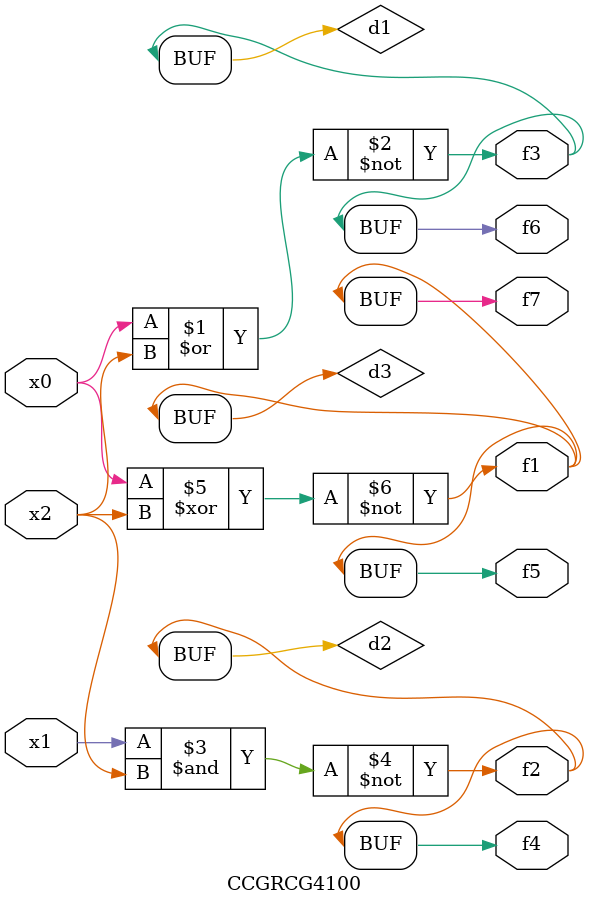
<source format=v>
module CCGRCG4100(
	input x0, x1, x2,
	output f1, f2, f3, f4, f5, f6, f7
);

	wire d1, d2, d3;

	nor (d1, x0, x2);
	nand (d2, x1, x2);
	xnor (d3, x0, x2);
	assign f1 = d3;
	assign f2 = d2;
	assign f3 = d1;
	assign f4 = d2;
	assign f5 = d3;
	assign f6 = d1;
	assign f7 = d3;
endmodule

</source>
